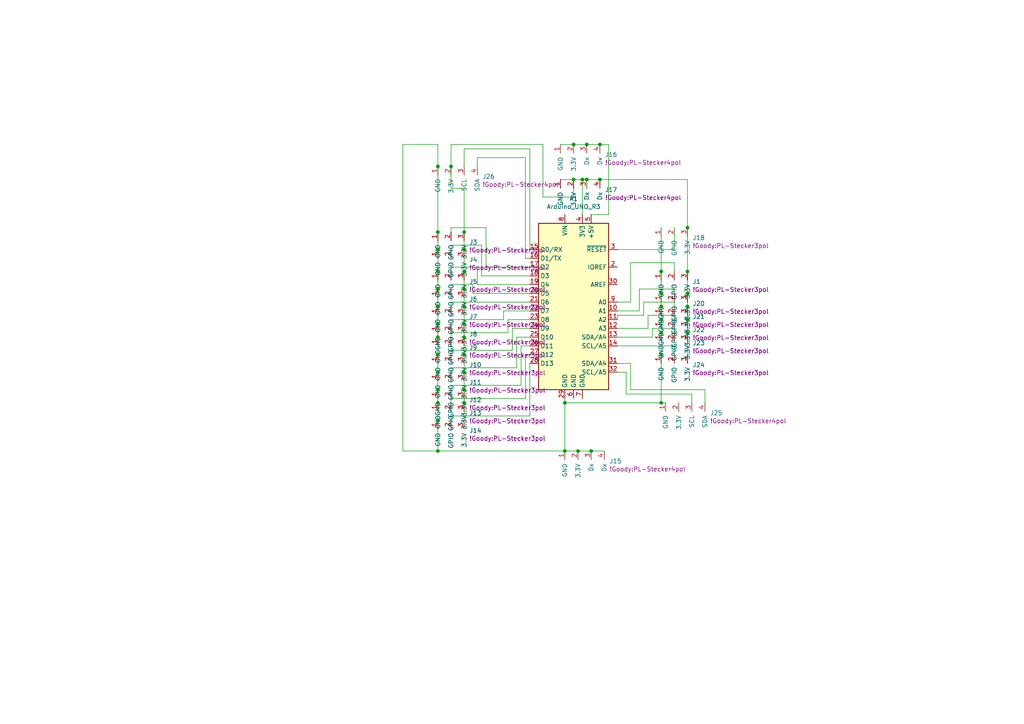
<source format=kicad_sch>
(kicad_sch (version 20230121) (generator eeschema)
  (paper "A4")
  (title_block (title "ESP32 UNO Board") (date "11.2023") (rev "V2.0"))
  (lib_symbols
    (symbol "!Goody:PL-Stecker_3pol" (pin_names (offset 1.016))
      (property "Reference" "J" (at 0 0 0))
      (symbol "PL-Stecker_3pol_1_1"
        (pin passive line (at -3.81 -2.54 270) (length 2.54) (name "GND") (number "1"))
        (pin passive line (at 0 -2.54 270) (length 2.54) (name "GPIO") (number "2"))
        (pin passive line (at 3.81 -2.54 270) (length 2.54) (name "3.3V") (number "3"))
      )
    )
    (symbol "!Goody:PL-Stecker_4pol_Data" (pin_names (offset 1.016))
      (property "Reference" "J" (at 0 0 0))
      (property "Footprint" "!Goody:PL-Stecker4pol" (at 0 0 0))
      (symbol "PL-Stecker_4pol_Data_1_1"
        (pin passive line (at -3.81 -2.54 270) (length 2.54) (name "GND") (number "1"))
        (pin passive line (at 0 -2.54 270) (length 2.54) (name "3.3V") (number "2"))
        (pin passive line (at 3.81 -2.54 270) (length 2.54) (name "Dx") (number "3"))
        (pin passive line (at 7.62 -2.54 270) (length 2.54) (name "Dx") (number "4"))
      )
    )
    (symbol "!Goody:PL-Stecker_4pol_I2C" (pin_names (offset 1.016))
      (property "Reference" "J" (at 0 0 0))
      (property "Footprint" "!Goody:PL-Stecker" (at 0 0 0))
      (symbol "PL-Stecker_4pol_I2C_1_1"
        (pin passive line (at -3.81 -2.54 270) (length 2.54) (name "GND") (number "1"))
        (pin passive line (at 0 -2.54 270) (length 2.54) (name "3.3V") (number "2"))
        (pin passive line (at 3.81 -2.54 270) (length 2.54) (name "SCL") (number "3"))
        (pin passive line (at 7.62 -2.54 270) (length 2.54) (name "SDA") (number "4"))
      )
    )
    (symbol "MCU_Module:Arduino_UNO_R3"
      (property "Reference" "A" (at -10.16 23.495 0))
      (property "Value" "Arduino_UNO_R3" (at 5.08 -26.67 0))
      (symbol "Arduino_UNO_R3_0_1"
        (rectangle (start -10.16 22.86) (end 10.16 -25.4) (stroke (width 0.254)) (fill (type background)))
      )
      (symbol "Arduino_UNO_R3_1_1"
        (pin no_connect line (at -10.16 -20.32 0) (length 2.54) hide (name "NC") (number "1"))
        (pin bidirectional line (at 12.7 -2.54 180) (length 2.54) (name "A1") (number "10"))
        (pin bidirectional line (at 12.7 -5.08 180) (length 2.54) (name "A2") (number "11"))
        (pin bidirectional line (at 12.7 -7.62 180) (length 2.54) (name "A3") (number "12"))
        (pin bidirectional line (at 12.7 -10.16 180) (length 2.54) (name "SDA/A4") (number "13"))
        (pin bidirectional line (at 12.7 -12.7 180) (length 2.54) (name "SCL/A5") (number "14"))
        (pin bidirectional line (at -12.7 15.24 0) (length 2.54) (name "D0/RX") (number "15"))
        (pin bidirectional line (at -12.7 12.7 0) (length 2.54) (name "D1/TX") (number "16"))
        (pin bidirectional line (at -12.7 10.16 0) (length 2.54) (name "D2") (number "17"))
        (pin bidirectional line (at -12.7 7.62 0) (length 2.54) (name "D3") (number "18"))
        (pin bidirectional line (at -12.7 5.08 0) (length 2.54) (name "D4") (number "19"))
        (pin output line (at 12.7 10.16 180) (length 2.54) (name "IOREF") (number "2"))
        (pin bidirectional line (at -12.7 2.54 0) (length 2.54) (name "D5") (number "20"))
        (pin bidirectional line (at -12.7 0 0) (length 2.54) (name "D6") (number "21"))
        (pin bidirectional line (at -12.7 -2.54 0) (length 2.54) (name "D7") (number "22"))
        (pin bidirectional line (at -12.7 -5.08 0) (length 2.54) (name "D8") (number "23"))
        (pin bidirectional line (at -12.7 -7.62 0) (length 2.54) (name "D9") (number "24"))
        (pin bidirectional line (at -12.7 -10.16 0) (length 2.54) (name "D10") (number "25"))
        (pin bidirectional line (at -12.7 -12.7 0) (length 2.54) (name "D11") (number "26"))
        (pin bidirectional line (at -12.7 -15.24 0) (length 2.54) (name "D12") (number "27"))
        (pin bidirectional line (at -12.7 -17.78 0) (length 2.54) (name "D13") (number "28"))
        (pin power_in line (at -2.54 -27.94 90) (length 2.54) (name "GND") (number "29"))
        (pin input line (at 12.7 15.24 180) (length 2.54) (name "~{RESET}") (number "3"))
        (pin input line (at 12.7 5.08 180) (length 2.54) (name "AREF") (number "30"))
        (pin bidirectional line (at 12.7 -17.78 180) (length 2.54) (name "SDA/A4") (number "31"))
        (pin bidirectional line (at 12.7 -20.32 180) (length 2.54) (name "SCL/A5") (number "32"))
        (pin power_out line (at 2.54 25.4 270) (length 2.54) (name "3V3") (number "4"))
        (pin power_out line (at 5.08 25.4 270) (length 2.54) (name "+5V") (number "5"))
        (pin power_in line (at 0 -27.94 90) (length 2.54) (name "GND") (number "6"))
        (pin power_in line (at 2.54 -27.94 90) (length 2.54) (name "GND") (number "7"))
        (pin power_in line (at -2.54 25.4 270) (length 2.54) (name "VIN") (number "8"))
        (pin bidirectional line (at 12.7 0 180) (length 2.54) (name "A0") (number "9"))
      )
    )
  )
  (junction (at 134.62 97.79))
  (junction (at 173.99 52.07))
  (junction (at 134.62 72.39))
  (junction (at 127 107.95))
  (junction (at 127 78.74))
  (junction (at 127 113.03))
  (junction (at 127 88.9))
  (junction (at 166.37 52.07))
  (junction (at 168.91 52.07))
  (junction (at 134.62 116.84))
  (junction (at 127 48.26))
  (junction (at 127 83.82))
  (junction (at 199.39 85.09))
  (junction (at 163.83 130.81))
  (junction (at 134.62 107.95))
  (junction (at 173.99 41.91))
  (junction (at 134.62 113.03))
  (junction (at 199.39 92.71))
  (junction (at 127 93.98))
  (junction (at 134.62 83.82))
  (junction (at 191.77 85.09))
  (junction (at 134.62 102.87))
  (junction (at 134.62 67.31))
  (junction (at 134.62 88.9))
  (junction (at 127 116.84))
  (junction (at 191.77 102.87))
  (junction (at 191.77 78.74))
  (junction (at 199.39 66.04))
  (junction (at 127 97.79))
  (junction (at 191.77 88.9))
  (junction (at 163.83 116.84))
  (junction (at 127 130.81))
  (junction (at 127 72.39))
  (junction (at 134.62 93.98))
  (junction (at 199.39 88.9))
  (junction (at 127 102.87))
  (junction (at 127 67.31))
  (junction (at 199.39 96.52))
  (junction (at 171.45 130.81))
  (junction (at 170.18 52.07))
  (junction (at 191.77 92.71))
  (junction (at 191.77 96.52))
  (junction (at 166.37 41.91))
  (junction (at 199.39 78.74))
  (junction (at 191.77 116.84))
  (junction (at 130.81 48.26))
  (junction (at 167.64 130.81))
  (junction (at 134.62 78.74))
  (junction (at 170.18 41.91))
  (junction (at 127 121.92))
  (wire (pts (xy 127 113.03) (xy 127 107.95)))
  (wire (pts (xy 130.81 71.12) (xy 139.7 71.12)))
  (wire (pts (xy 134.62 83.82) (xy 134.62 78.74)))
  (wire (pts (xy 199.39 92.71) (xy 199.39 96.52)))
  (wire (pts (xy 166.37 52.07) (xy 162.56 52.07)))
  (wire (pts (xy 137.16 85.09) (xy 153.67 85.09)))
  (wire (pts (xy 127 116.84) (xy 127 113.03)))
  (wire (pts (xy 185.42 90.17) (xy 179.07 90.17)))
  (wire (pts (xy 130.81 48.26) (xy 130.81 41.91)))
  (wire (pts (xy 130.81 113.03) (xy 130.81 111.76)))
  (wire (pts (xy 134.62 107.95) (xy 134.62 113.03)))
  (wire (pts (xy 134.62 113.03) (xy 134.62 116.84)))
  (wire (pts (xy 148.59 95.25) (xy 153.67 95.25)))
  (wire (pts (xy 167.64 130.81) (xy 163.83 130.81)))
  (wire (pts (xy 153.67 105.41) (xy 153.67 120.65)))
  (wire (pts (xy 153.67 72.39) (xy 153.67 43.18)))
  (wire (pts (xy 163.83 116.84) (xy 163.83 130.81)))
  (wire (pts (xy 195.58 78.74) (xy 195.58 76.2)))
  (wire (pts (xy 151.13 100.33) (xy 153.67 100.33)))
  (wire (pts (xy 127 41.91) (xy 116.84 41.91)))
  (wire (pts (xy 130.81 87.63) (xy 130.81 88.9)))
  (wire (pts (xy 153.67 87.63) (xy 130.81 87.63)))
  (wire (pts (xy 157.48 41.91) (xy 157.48 57.15)))
  (wire (pts (xy 182.88 113.03) (xy 182.88 105.41)))
  (wire (pts (xy 168.91 62.23) (xy 168.91 52.07)))
  (wire (pts (xy 138.43 82.55) (xy 138.43 77.47)))
  (wire (pts (xy 152.4 102.87) (xy 152.4 115.57)))
  (wire (pts (xy 130.81 115.57) (xy 130.81 116.84)))
  (wire (pts (xy 139.7 80.01) (xy 153.67 80.01)))
  (wire (pts (xy 163.83 116.84) (xy 191.77 116.84)))
  (wire (pts (xy 134.62 72.39) (xy 134.62 78.74)))
  (wire (pts (xy 173.99 41.91) (xy 170.18 41.91)))
  (wire (pts (xy 134.62 54.61) (xy 130.81 54.61)))
  (wire (pts (xy 153.67 92.71) (xy 147.32 92.71)))
  (wire (pts (xy 195.58 87.63) (xy 186.69 87.63)))
  (wire (pts (xy 191.77 102.87) (xy 191.77 116.84)))
  (wire (pts (xy 182.88 87.63) (xy 179.07 87.63)))
  (wire (pts (xy 175.26 130.81) (xy 171.45 130.81)))
  (wire (pts (xy 147.32 96.52) (xy 130.81 96.52)))
  (wire (pts (xy 130.81 83.82) (xy 130.81 82.55)))
  (wire (pts (xy 195.58 92.71) (xy 195.58 91.44)))
  (wire (pts (xy 199.39 66.04) (xy 199.39 52.07)))
  (wire (pts (xy 151.13 111.76) (xy 151.13 100.33)))
  (wire (pts (xy 130.81 96.52) (xy 130.81 97.79)))
  (wire (pts (xy 189.23 95.25) (xy 189.23 97.79)))
  (wire (pts (xy 148.59 101.6) (xy 148.59 95.25)))
  (wire (pts (xy 191.77 92.71) (xy 191.77 96.52)))
  (wire (pts (xy 127 48.26) (xy 127 41.91)))
  (wire (pts (xy 149.86 106.68) (xy 130.81 106.68)))
  (wire (pts (xy 127 83.82) (xy 127 88.9)))
  (wire (pts (xy 138.43 77.47) (xy 130.81 77.47)))
  (wire (pts (xy 130.81 54.61) (xy 130.81 48.26)))
  (wire (pts (xy 152.4 115.57) (xy 130.81 115.57)))
  (wire (pts (xy 130.81 41.91) (xy 157.48 41.91)))
  (wire (pts (xy 195.58 91.44) (xy 187.96 91.44)))
  (wire (pts (xy 138.43 48.26) (xy 138.43 45.72)))
  (wire (pts (xy 200.66 114.3) (xy 200.66 116.84)))
  (wire (pts (xy 149.86 97.79) (xy 149.86 106.68)))
  (wire (pts (xy 127 107.95) (xy 127 102.87)))
  (wire (pts (xy 134.62 93.98) (xy 134.62 97.79)))
  (wire (pts (xy 153.67 77.47) (xy 140.97 77.47)))
  (wire (pts (xy 163.83 115.57) (xy 163.83 116.84)))
  (wire (pts (xy 195.58 96.52) (xy 195.58 95.25)))
  (wire (pts (xy 127 78.74) (xy 127 72.39)))
  (wire (pts (xy 187.96 95.25) (xy 179.07 95.25)))
  (wire (pts (xy 199.39 52.07) (xy 173.99 52.07)))
  (wire (pts (xy 130.81 66.04) (xy 130.81 67.31)))
  (wire (pts (xy 116.84 41.91) (xy 116.84 130.81)))
  (wire (pts (xy 182.88 76.2) (xy 182.88 87.63)))
  (wire (pts (xy 199.39 88.9) (xy 199.39 85.09)))
  (wire (pts (xy 127 121.92) (xy 127 116.84)))
  (wire (pts (xy 127 93.98) (xy 127 88.9)))
  (wire (pts (xy 170.18 41.91) (xy 166.37 41.91)))
  (wire (pts (xy 195.58 88.9) (xy 195.58 87.63)))
  (wire (pts (xy 137.16 82.55) (xy 137.16 85.09)))
  (wire (pts (xy 116.84 130.81) (xy 127 130.81)))
  (wire (pts (xy 191.77 85.09) (xy 191.77 88.9)))
  (wire (pts (xy 130.81 111.76) (xy 151.13 111.76)))
  (wire (pts (xy 140.97 77.47) (xy 140.97 66.04)))
  (wire (pts (xy 134.62 43.18) (xy 134.62 48.26)))
  (wire (pts (xy 199.39 92.71) (xy 199.39 88.9)))
  (wire (pts (xy 170.18 52.07) (xy 173.99 52.07)))
  (wire (pts (xy 199.39 78.74) (xy 199.39 66.04)))
  (wire (pts (xy 168.91 52.07) (xy 170.18 52.07)))
  (wire (pts (xy 152.4 45.72) (xy 152.4 74.93)))
  (wire (pts (xy 130.81 82.55) (xy 137.16 82.55)))
  (wire (pts (xy 195.58 72.39) (xy 179.07 72.39)))
  (wire (pts (xy 186.69 91.44) (xy 179.07 91.44)))
  (wire (pts (xy 191.77 96.52) (xy 191.77 102.87)))
  (wire (pts (xy 130.81 77.47) (xy 130.81 78.74)))
  (wire (pts (xy 195.58 95.25) (xy 189.23 95.25)))
  (wire (pts (xy 186.69 87.63) (xy 186.69 91.44)))
  (wire (pts (xy 130.81 92.71) (xy 146.05 92.71)))
  (wire (pts (xy 130.81 93.98) (xy 130.81 92.71)))
  (wire (pts (xy 146.05 90.17) (xy 153.67 90.17)))
  (wire (pts (xy 181.61 114.3) (xy 200.66 114.3)))
  (wire (pts (xy 134.62 88.9) (xy 134.62 93.98)))
  (wire (pts (xy 130.81 106.68) (xy 130.81 107.95)))
  (wire (pts (xy 140.97 66.04) (xy 130.81 66.04)))
  (wire (pts (xy 130.81 72.39) (xy 130.81 71.12)))
  (wire (pts (xy 195.58 85.09) (xy 195.58 83.82)))
  (wire (pts (xy 157.48 57.15) (xy 166.37 57.15)))
  (wire (pts (xy 168.91 52.07) (xy 166.37 52.07)))
  (wire (pts (xy 127 97.79) (xy 127 93.98)))
  (wire (pts (xy 146.05 92.71) (xy 146.05 90.17)))
  (wire (pts (xy 166.37 41.91) (xy 162.56 41.91)))
  (wire (pts (xy 191.77 66.04) (xy 191.77 78.74)))
  (wire (pts (xy 152.4 74.93) (xy 153.67 74.93)))
  (wire (pts (xy 187.96 91.44) (xy 187.96 95.25)))
  (wire (pts (xy 189.23 97.79) (xy 179.07 97.79)))
  (wire (pts (xy 185.42 83.82) (xy 185.42 90.17)))
  (wire (pts (xy 199.39 85.09) (xy 199.39 78.74)))
  (wire (pts (xy 153.67 43.18) (xy 134.62 43.18)))
  (wire (pts (xy 127 102.87) (xy 127 97.79)))
  (wire (pts (xy 127 83.82) (xy 127 78.74)))
  (wire (pts (xy 134.62 54.61) (xy 134.62 67.31)))
  (wire (pts (xy 134.62 116.84) (xy 134.62 121.92)))
  (wire (pts (xy 179.07 107.95) (xy 181.61 107.95)))
  (wire (pts (xy 179.07 91.44) (xy 179.07 92.71)))
  (wire (pts (xy 179.07 100.33) (xy 195.58 100.33)))
  (wire (pts (xy 134.62 102.87) (xy 134.62 107.95)))
  (wire (pts (xy 167.64 130.81) (xy 171.45 130.81)))
  (wire (pts (xy 191.77 78.74) (xy 191.77 85.09)))
  (wire (pts (xy 191.77 116.84) (xy 193.04 116.84)))
  (wire (pts (xy 127 72.39) (xy 127 67.31)))
  (wire (pts (xy 127 67.31) (xy 127 48.26)))
  (wire (pts (xy 134.62 97.79) (xy 134.62 102.87)))
  (wire (pts (xy 176.53 41.91) (xy 173.99 41.91)))
  (wire (pts (xy 176.53 62.23) (xy 176.53 41.91)))
  (wire (pts (xy 195.58 66.04) (xy 195.58 72.39)))
  (wire (pts (xy 147.32 92.71) (xy 147.32 96.52)))
  (wire (pts (xy 171.45 62.23) (xy 176.53 62.23)))
  (wire (pts (xy 127 130.81) (xy 163.83 130.81)))
  (wire (pts (xy 127 130.81) (xy 127 121.92)))
  (wire (pts (xy 130.81 120.65) (xy 130.81 121.92)))
  (wire (pts (xy 134.62 67.31) (xy 134.62 72.39)))
  (wire (pts (xy 130.81 102.87) (xy 130.81 101.6)))
  (wire (pts (xy 182.88 105.41) (xy 179.07 105.41)))
  (wire (pts (xy 199.39 96.52) (xy 199.39 102.87)))
  (wire (pts (xy 153.67 120.65) (xy 130.81 120.65)))
  (wire (pts (xy 166.37 57.15) (xy 166.37 52.07)))
  (wire (pts (xy 134.62 83.82) (xy 134.62 88.9)))
  (wire (pts (xy 153.67 82.55) (xy 138.43 82.55)))
  (wire (pts (xy 139.7 71.12) (xy 139.7 80.01)))
  (wire (pts (xy 204.47 113.03) (xy 182.88 113.03)))
  (wire (pts (xy 195.58 76.2) (xy 182.88 76.2)))
  (wire (pts (xy 181.61 107.95) (xy 181.61 114.3)))
  (wire (pts (xy 138.43 45.72) (xy 152.4 45.72)))
  (wire (pts (xy 195.58 100.33) (xy 195.58 102.87)))
  (wire (pts (xy 153.67 102.87) (xy 152.4 102.87)))
  (wire (pts (xy 130.81 101.6) (xy 148.59 101.6)))
  (wire (pts (xy 191.77 88.9) (xy 191.77 92.71)))
  (wire (pts (xy 195.58 83.82) (xy 185.42 83.82)))
  (wire (pts (xy 204.47 116.84) (xy 204.47 113.03)))
  (wire (pts (xy 153.67 97.79) (xy 149.86 97.79)))
  (symbol (lib_id "MCU_Module:Arduino_UNO_R3") (at 166.37 87.63 0) (unit 1)
    (property "Reference" "A1" (at 166.37 57.6326 0))
    (property "Value" "Arduino_UNO_R3" (at 166.37 59.944 0))
    (property "Footprint" "Module:Arduino_UNO_R3" (effects hide))
    (property "Datasheet" "https://www.arduino.cc/en/Main/arduinoBoardUno" (effects hide))
  )
  (symbol (lib_id "!Goody:PL-Stecker_4pol_I2C") (at 196.85 114.3 0) (unit 1)
    (property "Reference" "J25" (at 205.9432 119.7864 0) (effects (justify left)))
    (property "Value" "PL-Stecker_4pol_I2C" (effects hide))
    (property "Footprint" "!Goody:PL-Stecker4pol" (at 205.9432 122.0978 0) (effects (justify left)))
  )
  (symbol (lib_id "!Goody:PL-Stecker_3pol") (at 195.58 100.33 0) (unit 1)
    (property "Reference" "J24" (at 200.8632 105.8164 0) (effects (justify left)))
    (property "Value" "PL-Stecker_3pol" (effects hide))
    (property "Footprint" "!Goody:PL-Stecker3pol" (at 200.8632 108.1278 0) (effects (justify left)))
  )
  (symbol (lib_id "!Goody:PL-Stecker_3pol") (at 195.58 93.98 0) (unit 1)
    (property "Reference" "J23" (at 200.8632 99.4664 0) (effects (justify left)))
    (property "Value" "PL-Stecker_3pol" (effects hide))
    (property "Footprint" "!Goody:PL-Stecker3pol" (at 200.8632 101.7778 0) (effects (justify left)))
  )
  (symbol (lib_id "!Goody:PL-Stecker_3pol") (at 195.58 90.17 0) (unit 1)
    (property "Reference" "J22" (at 200.8632 95.6564 0) (effects (justify left)))
    (property "Value" "PL-Stecker_3pol" (effects hide))
    (property "Footprint" "!Goody:PL-Stecker3pol" (at 200.8632 97.9678 0) (effects (justify left)))
  )
  (symbol (lib_id "!Goody:PL-Stecker_3pol") (at 195.58 86.36 0) (unit 1)
    (property "Reference" "J21" (at 200.8632 91.8464 0) (effects (justify left)))
    (property "Value" "PL-Stecker_3pol" (effects hide))
    (property "Footprint" "!Goody:PL-Stecker3pol" (at 200.8632 94.1578 0) (effects (justify left)))
  )
  (symbol (lib_id "!Goody:PL-Stecker_3pol") (at 195.58 82.55 0) (unit 1)
    (property "Reference" "J20" (at 200.8632 88.0364 0) (effects (justify left)))
    (property "Value" "PL-Stecker_3pol" (effects hide))
    (property "Footprint" "!Goody:PL-Stecker3pol" (at 200.8632 90.3478 0) (effects (justify left)))
  )
  (symbol (lib_id "!Goody:PL-Stecker_3pol") (at 195.58 63.5 0) (unit 1)
    (property "Reference" "J18" (at 200.8632 68.9864 0) (effects (justify left)))
    (property "Value" "PL-Stecker_3pol" (effects hide))
    (property "Footprint" "!Goody:PL-Stecker3pol" (at 200.8632 71.2978 0) (effects (justify left)))
  )
  (symbol (lib_id "!Goody:PL-Stecker_3pol") (at 130.81 119.38 0) (unit 1)
    (property "Reference" "J14" (at 136.0932 124.8664 0) (effects (justify left)))
    (property "Value" "PL-Stecker_3pol" (effects hide))
    (property "Footprint" "!Goody:PL-Stecker3pol" (at 136.0932 127.1778 0) (effects (justify left)))
  )
  (symbol (lib_id "!Goody:PL-Stecker_3pol") (at 130.81 114.3 0) (unit 1)
    (property "Reference" "J13" (at 136.0932 119.7864 0) (effects (justify left)))
    (property "Value" "PL-Stecker_3pol" (effects hide))
    (property "Footprint" "!Goody:PL-Stecker3pol" (at 136.0932 122.0978 0) (effects (justify left)))
  )
  (symbol (lib_id "!Goody:PL-Stecker_3pol") (at 130.81 110.49 0) (unit 1)
    (property "Reference" "J12" (at 136.0932 115.9764 0) (effects (justify left)))
    (property "Value" "PL-Stecker_3pol" (effects hide))
    (property "Footprint" "!Goody:PL-Stecker3pol" (at 136.0932 118.2878 0) (effects (justify left)))
  )
  (symbol (lib_id "!Goody:PL-Stecker_3pol") (at 130.81 105.41 0) (unit 1)
    (property "Reference" "J11" (at 136.0932 110.8964 0) (effects (justify left)))
    (property "Value" "PL-Stecker_3pol" (effects hide))
    (property "Footprint" "!Goody:PL-Stecker3pol" (at 136.0932 113.2078 0) (effects (justify left)))
  )
  (symbol (lib_id "!Goody:PL-Stecker_3pol") (at 130.81 100.33 0) (unit 1)
    (property "Reference" "J10" (at 136.0932 105.8164 0) (effects (justify left)))
    (property "Value" "PL-Stecker_3pol" (effects hide))
    (property "Footprint" "!Goody:PL-Stecker3pol" (at 136.0932 108.1278 0) (effects (justify left)))
  )
  (symbol (lib_id "!Goody:PL-Stecker_3pol") (at 130.81 95.25 0) (unit 1)
    (property "Reference" "J9" (at 136.0932 100.7364 0) (effects (justify left)))
    (property "Value" "PL-Stecker_3pol" (effects hide))
    (property "Footprint" "!Goody:PL-Stecker3pol" (at 136.0932 103.0478 0) (effects (justify left)))
  )
  (symbol (lib_id "!Goody:PL-Stecker_3pol") (at 130.81 91.44 0) (unit 1)
    (property "Reference" "J8" (at 136.0932 96.9264 0) (effects (justify left)))
    (property "Value" "PL-Stecker_3pol" (effects hide))
    (property "Footprint" "!Goody:PL-Stecker3pol" (at 136.0932 99.2378 0) (effects (justify left)))
  )
  (symbol (lib_id "!Goody:PL-Stecker_3pol") (at 130.81 86.36 0) (unit 1)
    (property "Reference" "J7" (at 136.0932 91.8464 0) (effects (justify left)))
    (property "Value" "PL-Stecker_3pol" (effects hide))
    (property "Footprint" "!Goody:PL-Stecker3pol" (at 136.0932 94.1578 0) (effects (justify left)))
  )
  (symbol (lib_id "!Goody:PL-Stecker_3pol") (at 130.81 81.28 0) (unit 1)
    (property "Reference" "J6" (at 136.0932 86.7664 0) (effects (justify left)))
    (property "Value" "PL-Stecker_3pol" (effects hide))
    (property "Footprint" "!Goody:PL-Stecker3pol" (at 136.0932 89.0778 0) (effects (justify left)))
  )
  (symbol (lib_id "!Goody:PL-Stecker_3pol") (at 130.81 76.2 0) (unit 1)
    (property "Reference" "J5" (at 136.0932 81.6864 0) (effects (justify left)))
    (property "Value" "PL-Stecker_3pol" (effects hide))
    (property "Footprint" "!Goody:PL-Stecker3pol" (at 136.0932 83.9978 0) (effects (justify left)))
  )
  (symbol (lib_id "!Goody:PL-Stecker_3pol") (at 130.81 69.85 0) (unit 1)
    (property "Reference" "J4" (at 136.0932 75.3364 0) (effects (justify left)))
    (property "Value" "PL-Stecker_3pol" (effects hide))
    (property "Footprint" "!Goody:PL-Stecker3pol" (at 136.0932 77.6478 0) (effects (justify left)))
  )
  (symbol (lib_id "!Goody:PL-Stecker_3pol") (at 130.81 64.77 0) (unit 1)
    (property "Reference" "J3" (at 136.0932 70.2564 0) (effects (justify left)))
    (property "Value" "PL-Stecker_3pol" (effects hide))
    (property "Footprint" "!Goody:PL-Stecker3pol" (at 136.0932 72.5678 0) (effects (justify left)))
  )
  (symbol (lib_id "!Goody:PL-Stecker_4pol_Data") (at 167.64 128.27 0) (unit 1)
    (property "Reference" "J15" (at 176.7332 133.7564 0) (effects (justify left)))
    (property "Value" "PL-Stecker_4pol_Data" (effects hide))
    (property "Footprint" "!Goody:PL-Stecker4pol" (at 176.7332 136.0678 0) (effects (justify left)))
  )
  (symbol (lib_id "!Goody:PL-Stecker_4pol_Data") (at 166.37 39.37 0) (unit 1)
    (property "Reference" "J16" (at 175.4632 44.8564 0) (effects (justify left)))
    (property "Value" "PL-Stecker_4pol_Data" (effects hide))
    (property "Footprint" "!Goody:PL-Stecker4pol" (at 175.4632 47.1678 0) (effects (justify left)))
  )
  (symbol (lib_id "!Goody:PL-Stecker_4pol_Data") (at 166.37 49.53 0) (unit 1)
    (property "Reference" "J17" (at 175.4632 55.0164 0) (effects (justify left)))
    (property "Value" "PL-Stecker_4pol_Data" (effects hide))
    (property "Footprint" "!Goody:PL-Stecker4pol" (at 175.4632 57.3278 0) (effects (justify left)))
  )
  (symbol (lib_id "!Goody:PL-Stecker_4pol_I2C") (at 130.81 45.72 0) (unit 1)
    (property "Reference" "J26" (at 139.9032 51.2064 0) (effects (justify left)))
    (property "Value" "PL-Stecker_4pol_I2C" (effects hide))
    (property "Footprint" "!Goody:PL-Stecker4pol" (at 139.9032 53.5178 0) (effects (justify left)))
  )
  (symbol (lib_id "!Goody:PL-Stecker_3pol") (at 195.58 76.2 0) (unit 1)
    (property "Reference" "J1" (at 200.8632 81.6864 0) (effects (justify left)))
    (property "Value" "PL-Stecker_3pol" (effects hide))
    (property "Footprint" "!Goody:PL-Stecker3pol" (at 200.8632 83.9978 0) (effects (justify left)))
  )
)
</source>
